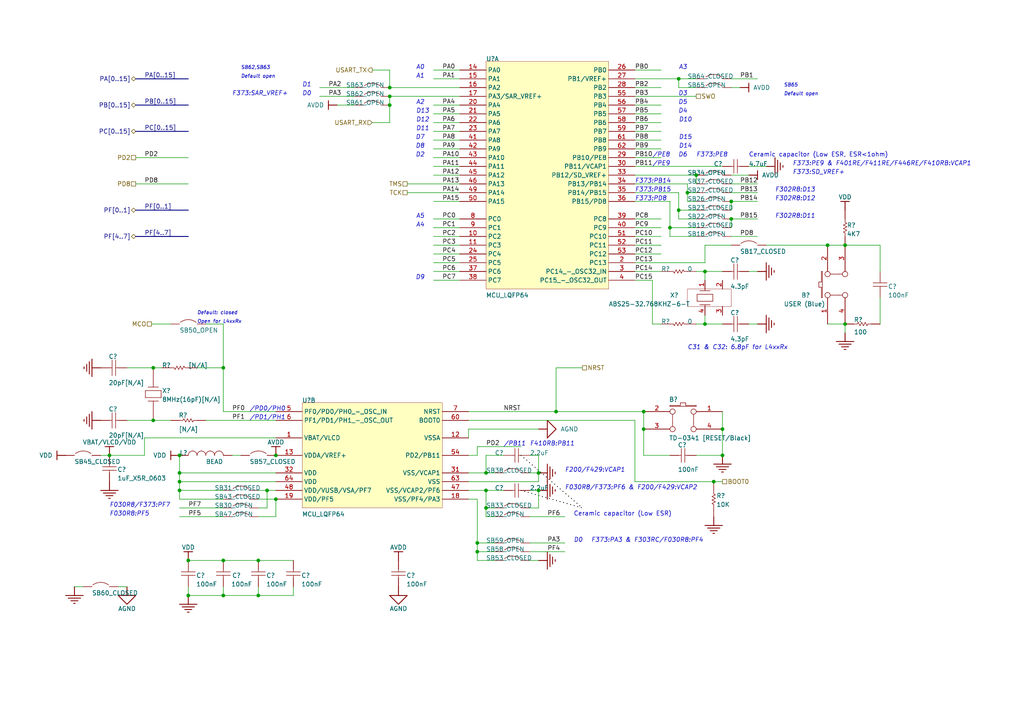
<source format=kicad_sch>
(kicad_sch (version 20250114) (generator "eeschema") (generator_version "9.0")
  (paper "A4")
  (lib_symbols
    (symbol "MCU_64-altium-import:AGND_SIGNAL_GROUND" (power)
      (property "Value" "AGND" (at 0 -6.35 0))
      (symbol "AGND_SIGNAL_GROUND_0_0"
        (pin power_in line (at 0 0 0) (length 0) (hide yes) (name "AGND") (number ""))
      )
    )
    (symbol "MCU_64-altium-import:AVDD_BAR" (power)
      (property "Value" "AVDD" (at 0 -3.81 0))
      (symbol "AVDD_BAR_0_0"
        (pin power_in line (at 0 0 0) (length 0) (hide yes) (name "AVDD") (number ""))
      )
    )
    (symbol "MCU_64-altium-import:GND_POWER_GROUND" (power)
      (property "Value" "GND" (at 0 -6.35 0))
      (symbol "GND_POWER_GROUND_0_0"
        (pin power_in line (at 0 0 0) (length 0) (hide yes) (name "GND") (number ""))
      )
    )
    (symbol "MCU_64-altium-import:VBAT/VLCD/VDD_BAR" (power)
      (property "Value" "VBAT/VLCD/VDD" (at 0 -3.81 0))
      (symbol "VBAT/VLCD/VDD_BAR_0_0"
        (pin power_in line (at 0 0 0) (length 0) (hide yes) (name "VBAT/VLCD/VDD") (number ""))
      )
    )
    (symbol "MCU_64-altium-import:VDD_BAR" (power)
      (property "Value" "VDD" (at 0 -3.81 0))
      (symbol "VDD_BAR_0_0"
        (pin power_in line (at 0 0 0) (length 0) (hide yes) (name "VDD") (number ""))
      )
    )
    (symbol "MCU_64-altium-import:root_0_Cap_2.2uF_X7R_10%_0805_MCD_TOOLS.SchLib" (pin_numbers (hide yes)) (pin_names (hide yes))
      (symbol "root_0_Cap_2.2uF_X7R_10%_0805_MCD_TOOLS.SchLib_1_0"
        (pin passive line (at -2.54 -2.54 0) (length 2.54) (name "1") (number "1"))
        (pin passive line (at 5.08 -2.54 180) (length 2.54) (name "2") (number "2"))
      )
    )
    (symbol "MCU_64-altium-import:root_0_Circuit Breaker_MCD_TOOLS.SCHLIB" (pin_numbers (hide yes)) (pin_names (hide yes))
      (symbol "root_0_Circuit Breaker_MCD_TOOLS.SCHLIB_1_0"
        (pin passive line (at -2.54 -2.54 0) (length 2.54) (name "1") (number "1"))
        (pin passive line (at 7.62 -2.54 180) (length 2.54) (name "2") (number "2"))
      )
    )
    (symbol "MCU_64-altium-import:root_0_Inductor_Miscellaneous Devices.IntLib" (pin_numbers (hide yes)) (pin_names (hide yes))
      (symbol "root_0_Inductor_Miscellaneous Devices.IntLib_1_0"
        (pin passive line (at -2.54 -2.54 0) (length 2.54) (name "1") (number "1"))
        (pin passive line (at 12.7 -2.54 180) (length 2.54) (name "2") (number "2"))
      )
    )
    (symbol "MCU_64-altium-import:root_0_MC306_*" (pin_names (hide yes))
      (symbol "root_0_MC306_*_1_0"
        (pin passive line (at -2.54 5.08 270) (length 2.54) (name "1") (number "1"))
        (pin passive line (at -2.54 -5.08 90) (length 2.54) (name "4") (number "4"))
        (pin passive line (at 2.54 5.08 270) (length 2.54) (name "2") (number "2"))
        (pin passive line (at 2.54 -5.08 90) (length 2.54) (name "3") (number "3"))
      )
    )
    (symbol "MCU_64-altium-import:root_0_MCU_LQFP64_MB1136.SCHLIB"
      (symbol "root_0_MCU_LQFP64_MB1136.SCHLIB_1_0"
        (pin passive line (at -7.62 -2.54 0) (length 7.62) (name "PA0") (number "14"))
        (pin passive line (at -7.62 -5.08 0) (length 7.62) (name "PA1") (number "15"))
        (pin passive line (at -7.62 -7.62 0) (length 7.62) (name "PA2") (number "16"))
        (pin passive line (at -7.62 -10.16 0) (length 7.62) (name "PA3/SAR_VREF+") (number "17"))
        (pin passive line (at -7.62 -12.7 0) (length 7.62) (name "PA4") (number "20"))
        (pin passive line (at -7.62 -15.24 0) (length 7.62) (name "PA5") (number "21"))
        (pin passive line (at -7.62 -17.78 0) (length 7.62) (name "PA6") (number "22"))
        (pin passive line (at -7.62 -20.32 0) (length 7.62) (name "PA7") (number "23"))
        (pin passive line (at -7.62 -22.86 0) (length 7.62) (name "PA8") (number "41"))
        (pin passive line (at -7.62 -25.4 0) (length 7.62) (name "PA9") (number "42"))
        (pin passive line (at -7.62 -27.94 0) (length 7.62) (name "PA10") (number "43"))
        (pin passive line (at -7.62 -30.48 0) (length 7.62) (name "PA11") (number "44"))
        (pin passive line (at -7.62 -33.02 0) (length 7.62) (name "PA12") (number "45"))
        (pin passive line (at -7.62 -35.56 0) (length 7.62) (name "PA13") (number "46"))
        (pin passive line (at -7.62 -38.1 0) (length 7.62) (name "PA14") (number "49"))
        (pin passive line (at -7.62 -40.64 0) (length 7.62) (name "PA15") (number "50"))
        (pin passive line (at -7.62 -45.72 0) (length 7.62) (name "PC0") (number "8"))
        (pin passive line (at -7.62 -48.26 0) (length 7.62) (name "PC1") (number "9"))
        (pin passive line (at -7.62 -50.8 0) (length 7.62) (name "PC2") (number "10"))
        (pin passive line (at -7.62 -53.34 0) (length 7.62) (name "PC3") (number "11"))
        (pin passive line (at -7.62 -55.88 0) (length 7.62) (name "PC4") (number "24"))
        (pin passive line (at -7.62 -58.42 0) (length 7.62) (name "PC5") (number "25"))
        (pin passive line (at -7.62 -60.96 0) (length 7.62) (name "PC6") (number "37"))
        (pin passive line (at -7.62 -63.5 0) (length 7.62) (name "PC7") (number "38"))
        (pin passive line (at 43.18 -2.54 180) (length 7.62) (name "PB0") (number "26"))
        (pin passive line (at 43.18 -5.08 180) (length 7.62) (name "PB1/VREF+") (number "27"))
        (pin passive line (at 43.18 -7.62 180) (length 7.62) (name "PB2") (number "28"))
        (pin passive line (at 43.18 -10.16 180) (length 7.62) (name "PB3") (number "55"))
        (pin passive line (at 43.18 -12.7 180) (length 7.62) (name "PB4") (number "56"))
        (pin passive line (at 43.18 -15.24 180) (length 7.62) (name "PB5") (number "57"))
        (pin passive line (at 43.18 -17.78 180) (length 7.62) (name "PB6") (number "58"))
        (pin passive line (at 43.18 -20.32 180) (length 7.62) (name "PB7") (number "59"))
        (pin passive line (at 43.18 -22.86 180) (length 7.62) (name "PB8") (number "61"))
        (pin passive line (at 43.18 -25.4 180) (length 7.62) (name "PB9") (number "62"))
        (pin passive line (at 43.18 -27.94 180) (length 7.62) (name "PB10/PE8") (number "29"))
        (pin passive line (at 43.18 -30.48 180) (length 7.62) (name "PB11/VCAP1") (number "30"))
        (pin passive line (at 43.18 -33.02 180) (length 7.62) (name "PB12/SD_VREF+") (number "33"))
        (pin passive line (at 43.18 -35.56 180) (length 7.62) (name "PB13/PB14") (number "34"))
        (pin passive line (at 43.18 -38.1 180) (length 7.62) (name "PB14/PB15") (number "35"))
        (pin passive line (at 43.18 -40.64 180) (length 7.62) (name "PB15/PD8") (number "36"))
        (pin passive line (at 43.18 -45.72 180) (length 7.62) (name "PC8") (number "39"))
        (pin passive line (at 43.18 -48.26 180) (length 7.62) (name "PC9") (number "40"))
        (pin passive line (at 43.18 -50.8 180) (length 7.62) (name "PC10") (number "51"))
        (pin passive line (at 43.18 -53.34 180) (length 7.62) (name "PC11") (number "52"))
        (pin passive line (at 43.18 -55.88 180) (length 7.62) (name "PC12") (number "53"))
        (pin passive line (at 43.18 -58.42 180) (length 7.62) (name "PC13") (number "2"))
        (pin passive line (at 43.18 -60.96 180) (length 7.62) (name "PC14_-_OSC32_IN") (number "3"))
        (pin passive line (at 43.18 -63.5 180) (length 7.62) (name "PC15_-_OSC32_OUT") (number "4"))
      )
      (symbol "root_0_MCU_LQFP64_MB1136.SCHLIB_2_0"
        (pin passive line (at -7.62 -2.54 0) (length 7.62) (name "PF0/PD0/PH0_-_OSC_IN") (number "5"))
        (pin passive line (at -7.62 -5.08 0) (length 7.62) (name "PF1/PD1/PH1_-_OSC_OUT") (number "6"))
        (pin passive line (at -7.62 -10.16 0) (length 7.62) (name "VBAT/VLCD") (number "1"))
        (pin passive line (at -7.62 -15.24 0) (length 7.62) (name "VDDA/VREF+") (number "13"))
        (pin passive line (at -7.62 -20.32 0) (length 7.62) (name "VDD") (number "32"))
        (pin passive line (at -7.62 -22.86 0) (length 7.62) (name "VDD") (number "64"))
        (pin passive line (at -7.62 -25.4 0) (length 7.62) (name "VDD/VUSB/VSA/PF7") (number "48"))
        (pin passive line (at -7.62 -27.94 0) (length 7.62) (name "VDD/PF5") (number "19"))
        (pin passive line (at 48.26 -2.54 180) (length 7.62) (name "NRST") (number "7"))
        (pin passive line (at 48.26 -5.08 180) (length 7.62) (name "BOOT0") (number "60"))
        (pin passive line (at 48.26 -10.16 180) (length 7.62) (name "VSSA") (number "12"))
        (pin passive line (at 48.26 -15.24 180) (length 7.62) (name "PD2/PB11") (number "54"))
        (pin passive line (at 48.26 -20.32 180) (length 7.62) (name "VSS/VCAP1") (number "31"))
        (pin passive line (at 48.26 -22.86 180) (length 7.62) (name "VSS") (number "63"))
        (pin passive line (at 48.26 -25.4 180) (length 7.62) (name "VSS/VCAP2/PF6") (number "47"))
        (pin passive line (at 48.26 -27.94 180) (length 7.62) (name "VSS/PF4/PA3") (number "18"))
      )
    )
    (symbol "MCU_64-altium-import:root_0_Res1_Miscellaneous Devices.IntLib_0" (pin_numbers (hide yes)) (pin_names (hide yes))
      (symbol "root_0_Res1_Miscellaneous Devices.IntLib_0_1_0"
        (pin passive line (at -2.54 -2.54 0) (length 2.54) (name "1") (number "1"))
        (pin passive line (at 7.62 -2.54 180) (length 2.54) (name "2") (number "2"))
      )
    )
    (symbol "MCU_64-altium-import:root_0_mirrored_CAP_Miscellaneous Devices.IntLib" (pin_numbers (hide yes)) (pin_names (hide yes))
      (symbol "root_0_mirrored_CAP_Miscellaneous Devices.IntLib_1_0"
        (pin passive line (at -5.08 -2.54 0) (length 2.54) (name "2") (number "2"))
        (pin passive line (at 2.54 -2.54 180) (length 2.54) (name "1") (number "1"))
      )
    )
    (symbol "MCU_64-altium-import:root_0_mirrored_SW PUSHBUTTON_Documents.SCHLIB" (pin_names (hide yes))
      (symbol "root_0_mirrored_SW PUSHBUTTON_Documents.SCHLIB_1_0"
        (pin passive line (at -15.24 -2.54 0) (length 7.62) (name "B0") (number "2"))
        (pin passive line (at -15.24 -7.62 0) (length 7.62) (name "B1") (number "3"))
        (pin passive line (at 7.62 -2.54 180) (length 7.62) (name "A0") (number "1"))
        (pin passive line (at 7.62 -7.62 180) (length 7.62) (name "A1") (number "4"))
      )
    )
    (symbol "MCU_64-altium-import:root_1_CAP_Miscellaneous Devices.IntLib" (pin_numbers (hide yes)) (pin_names (hide yes))
      (symbol "root_1_CAP_Miscellaneous Devices.IntLib_1_0"
        (pin passive line (at 2.54 5.08 270) (length 2.54) (name "2") (number "2"))
        (pin passive line (at 2.54 -2.54 90) (length 2.54) (name "1") (number "1"))
      )
    )
    (symbol "MCU_64-altium-import:root_1_SW PUSHBUTTON_Documents.SCHLIB" (pin_names (hide yes))
      (symbol "root_1_SW PUSHBUTTON_Documents.SCHLIB_1_0"
        (pin passive line (at 2.54 15.24 270) (length 7.62) (name "B0") (number "2"))
        (pin passive line (at 2.54 -7.62 90) (length 7.62) (name "A0") (number "1"))
        (pin passive line (at 7.62 15.24 270) (length 7.62) (name "B1") (number "3"))
        (pin passive line (at 7.62 -7.62 90) (length 7.62) (name "A1") (number "4"))
      )
    )
    (symbol "MCU_64-altium-import:root_1_mirrored_CAP_*" (pin_numbers (hide yes)) (pin_names (hide yes))
      (symbol "root_1_mirrored_CAP_*_1_0"
        (pin passive line (at -2.54 -2.54 0) (length 2.54) (name "1") (number "1"))
        (pin passive line (at 5.08 -2.54 180) (length 2.54) (name "2") (number "2"))
      )
    )
    (symbol "MCU_64-altium-import:root_1_mirrored_CRYSTAL_*_0" (pin_numbers (hide yes)) (pin_names (hide yes))
      (symbol "root_1_mirrored_CRYSTAL_*_0_1_0"
        (pin passive line (at -2.54 10.16 270) (length 5.08) (name "2") (number "2"))
        (pin passive line (at -2.54 -5.08 90) (length 5.08) (name "1") (number "1"))
      )
    )
    (symbol "MCU_64-altium-import:root_1_res1_Miscellaneous Devices.IntLib_0" (pin_numbers (hide yes)) (pin_names (hide yes))
      (symbol "root_1_res1_Miscellaneous Devices.IntLib_0_1_0"
        (pin passive line (at 2.54 7.62 270) (length 2.54) (name "2") (number "2"))
        (pin passive line (at 2.54 -2.54 90) (length 2.54) (name "1") (number "1"))
      )
    )
    (symbol "MCU_64-altium-import:root_2_Res1_Miscellaneous Devices.IntLib_0" (pin_numbers (hide yes)) (pin_names (hide yes))
      (symbol "root_2_Res1_Miscellaneous Devices.IntLib_0_1_0"
        (pin passive line (at -7.62 2.54 0) (length 2.54) (name "2") (number "2"))
        (pin passive line (at 2.54 2.54 180) (length 2.54) (name "1") (number "1"))
      )
    )
    (symbol "MCU_64-altium-import:root_2_mirrored_Res1_Miscellaneous Devices.IntLib_0" (pin_numbers (hide yes)) (pin_names (hide yes))
      (symbol "root_2_mirrored_Res1_Miscellaneous Devices.IntLib_0_1_0"
        (pin passive line (at -7.62 -2.54 0) (length 2.54) (name "2") (number "2"))
        (pin passive line (at 2.54 -2.54 180) (length 2.54) (name "1") (number "1"))
      )
    )
    (symbol "MCU_64-altium-import:root_3_CAP SMD 0603  X5R 1µF 25V 10%_MB963_1.SCHLIB" (pin_numbers (hide yes)) (pin_names (hide yes))
      (symbol "root_3_CAP SMD 0603  X5R 1µF 25V 10%_MB963_1.SCHLIB_1_0"
        (pin passive line (at 0 0 270) (length 2.54) (name "1") (number "1"))
        (pin passive line (at 0 -7.62 90) (length 2.54) (name "2") (number "2"))
      )
    )
    (symbol "MCU_64-altium-import:root_3_CAP_*_0" (pin_numbers (hide yes)) (pin_names (hide yes))
      (symbol "root_3_CAP_*_0_1_0"
        (pin passive line (at -5.08 -2.54 0) (length 2.54) (name "2") (number "2"))
        (pin passive line (at 2.54 -2.54 180) (length 2.54) (name "1") (number "1"))
      )
    )
    (symbol "MCU_64-altium-import:root_3_Cap_Miscellaneous Devices.IntLib" (pin_numbers (hide yes)) (pin_names (hide yes))
      (symbol "root_3_Cap_Miscellaneous Devices.IntLib_1_0"
        (pin passive line (at -2.54 2.54 270) (length 2.54) (name "1") (number "1"))
        (pin passive line (at -2.54 -5.08 90) (length 2.54) (name "2") (number "2"))
      )
    )
    (symbol "MCU_64-altium-import:root_3_res1_Miscellaneous Devices.IntLib_0" (pin_numbers (hide yes)) (pin_names (hide yes))
      (symbol "root_3_res1_Miscellaneous Devices.IntLib_0_1_0"
        (pin passive line (at -2.54 2.54 270) (length 2.54) (name "1") (number "1"))
        (pin passive line (at -2.54 -7.62 90) (length 2.54) (name "2") (number "2"))
      )
    )
  )
  (text "A2" (at 120.65 30.48 0) (effects (font (size 1.27 1.27) (italic yes)) (justify left bottom)))
  (text "D0" (at 87.63 27.94 0) (effects (font (size 1.27 1.27) (italic yes)) (justify left bottom)))
  (text "F373:SD_VREF+" (at 229.87 50.8 0) (effects (font (size 1.27 1.27) (italic yes)) (justify left bottom)))
  (text "F302R8:D12" (at 224.79 58.42 0) (effects (font (size 1.27 1.27) (italic yes)) (justify left bottom)))
  (text "F373:PB15" (at 184.15 55.88 0) (effects (font (size 1.27 1.27) (italic yes)) (justify left bottom)))
  (text "D10" (at 196.85 35.56 0) (effects (font (size 1.27 1.27) (italic yes)) (justify left bottom)))
  (text "Default: closed" (at 57.15 91.44 0) (effects (font (size 1.016 1.016) (italic yes)) (justify left bottom)))
  (text "A5" (at 120.65 63.5 0) (effects (font (size 1.27 1.27) (italic yes)) (justify left bottom)))
  (text "D11" (at 120.65 38.1 0) (effects (font (size 1.27 1.27) (italic yes)) (justify left bottom)))
  (text "D5" (at 199.39 30.48 0) (effects (font (size 1.27 1.27) (italic yes)) (justify right bottom)))
  (text "D7" (at 123.19 40.64 0) (effects (font (size 1.27 1.27) (italic yes)) (justify right bottom)))
  (text "D4" (at 199.39 33.02 0) (effects (font (size 1.27 1.27) (italic yes)) (justify right bottom)))
  (text "/PE8" (at 189.23 45.72 0) (effects (font (size 1.27 1.27) (italic yes)) (justify left bottom)))
  (text "SB65" (at 227.33 25.4 0) (effects (font (size 1.016 1.016) (italic yes)) (justify left bottom)))
  (text "F030R8:PF5" (at 31.75 149.86 0) (effects (font (size 1.27 1.27) (italic yes)) (justify left bottom)))
  (text "F410RB:PB11" (at 153.67 129.54 0) (effects (font (size 1.27 1.27) (italic yes)) (justify left bottom)))
  (text "/PD1/PH1" (at 72.39 121.92 0) (effects (font (size 1.27 1.27) (italic yes)) (justify left bottom)))
  (text "Default open" (at 69.85 22.86 0) (effects (font (size 1.016 1.016) (italic yes)) (justify left bottom)))
  (text "F200/F429:VCAP1" (at 163.83 137.16 0) (effects (font (size 1.27 1.27) (italic yes)) (justify left bottom)))
  (text "Ceramic capacitor (Low ESR, ESR<1ohm)" (at 217.17 45.72 0) (effects (font (size 1.27 1.27)) (justify left bottom)))
  (text "Ceramic capacitor (Low ESR)" (at 166.37 149.86 0) (effects (font (size 1.27 1.27)) (justify left bottom)))
  (text "D13" (at 120.65 33.02 0) (effects (font (size 1.27 1.27) (italic yes)) (justify left bottom)))
  (text "A4" (at 120.65 66.04 0) (effects (font (size 1.27 1.27) (italic yes)) (justify left bottom)))
  (text "SB62,SB63" (at 69.85 20.32 0) (effects (font (size 1.016 1.016) (italic yes)) (justify left bottom)))
  (text "F373:PD8" (at 184.15 58.42 0) (effects (font (size 1.27 1.27) (italic yes)) (justify left bottom)))
  (text "/PE9" (at 189.23 48.26 0) (effects (font (size 1.27 1.27) (italic yes)) (justify left bottom)))
  (text "D3" (at 199.39 27.94 0) (effects (font (size 1.27 1.27) (italic yes)) (justify right bottom)))
  (text "F373:PE9 & F401RE/F411RE/F446RE/F410RB:VCAP1" (at 229.87 48.26 0) (effects (font (size 1.27 1.27) (italic yes)) (justify left bottom)))
  (text "C31 & C32: 6.8pF for L4xxRx" (at 199.39 101.6 0) (effects (font (size 1.27 1.27) (italic yes)) (justify left bottom)))
  (text "A0" (at 120.65 20.32 0) (effects (font (size 1.27 1.27) (italic yes)) (justify left bottom)))
  (text "A3" (at 196.85 20.32 0) (effects (font (size 1.27 1.27) (italic yes)) (justify left bottom)))
  (text "D6" (at 199.39 45.72 0) (effects (font (size 1.27 1.27) (italic yes)) (justify right bottom)))
  (text "F030R8/F373:PF6 & F200/F429:VCAP2" (at 163.83 142.24 0) (effects (font (size 1.27 1.27) (italic yes)) (justify left bottom)))
  (text "D14" (at 196.85 43.18 0) (effects (font (size 1.27 1.27) (italic yes)) (justify left bottom)))
  (text "F373:PB14" (at 184.15 53.34 0) (effects (font (size 1.27 1.27) (italic yes)) (justify left bottom)))
  (text "/PB11" (at 146.05 129.54 0) (effects (font (size 1.27 1.27) (italic yes)) (justify left bottom)))
  (text "Open for L4xxRx" (at 57.15 93.98 0) (effects (font (size 1.016 1.016) (italic yes)) (justify left bottom)))
  (text "D0" (at 166.37 157.48 0) (effects (font (size 1.27 1.27) (italic yes)) (justify left bottom)))
  (text "F302R8:D13" (at 224.79 55.88 0) (effects (font (size 1.27 1.27) (italic yes)) (justify left bottom)))
  (text "A1" (at 120.65 22.86 0) (effects (font (size 1.27 1.27) (italic yes)) (justify left bottom)))
  (text "D12" (at 120.65 35.56 0) (effects (font (size 1.27 1.27) (italic yes)) (justify left bottom)))
  (text "D15" (at 196.85 40.64 0) (effects (font (size 1.27 1.27) (italic yes)) (justify left bottom)))
  (text "F030R8/F373:PF7" (at 31.75 147.32 0) (effects (font (size 1.27 1.27) (italic yes)) (justify left bottom)))
  (text "D9" (at 123.19 81.28 0) (effects (font (size 1.27 1.27) (italic yes)) (justify right bottom)))
  (text "/PD0/PH0" (at 72.39 119.38 0) (effects (font (size 1.27 1.27) (italic yes)) (justify left bottom)))
  (text "F302R8:D11" (at 224.79 63.5 0) (effects (font (size 1.27 1.27) (italic yes)) (justify left bottom)))
  (text "F373:SAR_VREF+" (at 67.31 27.94 0) (effects (font (size 1.27 1.27) (italic yes)) (justify left bottom)))
  (text "F373:PA3 & F303RC/F030R8:PF4" (at 171.45 157.48 0) (effects (font (size 1.27 1.27) (italic yes)) (justify left bottom)))
  (text "D2" (at 123.19 45.72 0) (effects (font (size 1.27 1.27) (italic yes)) (justify right bottom)))
  (text "D1" (at 87.63 25.4 0) (effects (font (size 1.27 1.27) (italic yes)) (justify left bottom)))
  (text "Default open" (at 227.33 27.94 0) (effects (font (size 1.016 1.016) (italic yes)) (justify left bottom)))
  (text "D8" (at 123.19 43.18 0) (effects (font (size 1.27 1.27) (italic yes)) (justify right bottom)))
  (text "F373:PE8" (at 201.93 45.72 0) (effects (font (size 1.27 1.27) (italic yes)) (justify left bottom)))
  (junction (at 212.09 63.5))
  (junction (at 245.11 71.12))
  (junction (at 161.29 119.38))
  (junction (at 186.69 119.38))
  (junction (at 209.55 132.08))
  (junction (at 207.01 139.7))
  (junction (at 204.47 93.98))
  (junction (at 54.61 162.56))
  (junction (at 64.77 162.56))
  (junction (at 140.97 142.24))
  (junction (at 52.07 132.08))
  (junction (at 80.01 132.08))
  (junction (at 52.07 137.16))
  (junction (at 80.01 144.78))
  (junction (at 74.93 172.72))
  (junction (at 140.97 137.16))
  (junction (at 240.03 71.12))
  (junction (at 77.47 142.24))
  (junction (at 31.75 132.08))
  (junction (at 209.55 124.46))
  (junction (at 52.07 142.24))
  (junction (at 44.45 106.68))
  (junction (at 54.61 172.72))
  (junction (at 196.85 22.86))
  (junction (at 44.45 121.92))
  (junction (at 113.03 30.48))
  (junction (at 194.31 66.04))
  (junction (at 156.21 137.16))
  (junction (at 140.97 147.32))
  (junction (at 186.69 124.46))
  (junction (at 138.43 157.48))
  (junction (at 52.07 139.7))
  (junction (at 113.03 25.4))
  (junction (at 113.03 27.94))
  (junction (at 138.43 160.02))
  (junction (at 156.21 142.24))
  (junction (at 74.93 162.56))
  (junction (at 199.39 55.88))
  (junction (at 204.47 78.74))
  (junction (at 212.09 58.42))
  (junction (at 64.77 172.72))
  (junction (at 201.93 50.8))
  (junction (at 64.77 106.68))
  (junction (at 245.11 93.98))
  (junction (at 196.85 60.96))
  (wire (pts (xy 113.03 30.48) (xy 113.03 35.56)))
  (wire (pts (xy 49.53 121.92) (xy 44.45 121.92)))
  (wire (pts (xy 133.35 55.88) (xy 118.11 55.88)))
  (wire (pts (xy 184.15 48.26) (xy 209.55 48.26)))
  (wire (pts (xy 217.17 78.74) (xy 219.71 78.74)))
  (wire (pts (xy 201.93 60.96) (xy 196.85 60.96)))
  (wire (pts (xy 212.09 66.04) (xy 212.09 63.5)))
  (wire (pts (xy 31.75 132.08) (xy 41.91 132.08)))
  (wire (pts (xy 97.79 30.48) (xy 102.87 30.48)))
  (wire (pts (xy 196.85 22.86) (xy 196.85 25.4)))
  (wire (pts (xy 133.35 58.42) (xy 125.73 58.42)))
  (wire (pts (xy 156.21 132.08) (xy 153.67 132.08)))
  (wire (pts (xy 219.71 58.42) (xy 212.09 58.42)))
  (wire (pts (xy 191.77 93.98) (xy 189.23 93.98)))
  (wire (pts (xy 194.31 68.58) (xy 201.93 68.58)))
  (wire (pts (xy 133.35 40.64) (xy 125.73 40.64)))
  (wire (pts (xy 201.93 27.94) (xy 184.15 27.94)))
  (wire (pts (xy 77.47 147.32) (xy 74.93 147.32)))
  (wire (pts (xy 140.97 137.16) (xy 143.51 137.16)))
  (wire (pts (xy 85.09 170.18) (xy 85.09 172.72)))
  (wire (pts (xy 153.67 147.32) (xy 156.21 147.32)))
  (wire (pts (xy 54.61 45.72) (xy 39.37 45.72)))
  (wire (pts (xy 24.13 170.18) (xy 21.59 170.18)))
  (wire (pts (xy 219.71 53.34) (xy 212.09 53.34)))
  (wire (pts (xy 140.97 149.86) (xy 143.51 149.86)))
  (wire (pts (xy 212.09 58.42) (xy 212.09 60.96)))
  (wire (pts (xy 191.77 63.5) (xy 184.15 63.5)))
  (wire (pts (xy 133.35 50.8) (xy 125.73 50.8)))
  (wire (pts (xy 135.89 137.16) (xy 140.97 137.16)))
  (wire (pts (xy 135.89 124.46) (xy 156.21 124.46)))
  (wire (pts (xy 204.47 93.98) (xy 204.47 91.44)))
  (wire (pts (xy 204.47 76.2) (xy 184.15 76.2)))
  (wire (pts (xy 135.89 127) (xy 135.89 124.46)))
  (wire (pts (xy 64.77 93.98) (xy 59.69 93.98)))
  (wire (pts (xy 217.17 93.98) (xy 219.71 93.98)))
  (wire (pts (xy 102.87 25.4) (xy 92.71 25.4)))
  (wire (pts (xy 184.15 139.7) (xy 207.01 139.7)))
  (bus (pts (xy 39.37 60.96) (xy 54.61 60.96)) (stroke (width 0.254)))
  (wire (pts (xy 133.35 68.58) (xy 125.73 68.58)))
  (wire (pts (xy 196.85 60.96) (xy 196.85 63.5)))
  (wire (pts (xy 186.69 119.38) (xy 186.69 124.46)))
  (wire (pts (xy 74.93 144.78) (xy 80.01 144.78)))
  (wire (pts (xy 135.89 121.92) (xy 184.15 121.92)))
  (wire (pts (xy 140.97 132.08) (xy 140.97 137.16)))
  (wire (pts (xy 204.47 71.12) (xy 204.47 76.2)))
  (wire (pts (xy 113.03 20.32) (xy 107.95 20.32)))
  (wire (pts (xy 80.01 144.78) (xy 80.01 149.86)))
  (wire (pts (xy 135.89 139.7) (xy 156.21 139.7)))
  (wire (pts (xy 74.93 162.56) (xy 64.77 162.56)))
  (wire (pts (xy 191.77 78.74) (xy 184.15 78.74)))
  (wire (pts (xy 133.35 20.32) (xy 125.73 20.32)))
  (wire (pts (xy 153.67 157.48) (xy 163.83 157.48)))
  (wire (pts (xy 153.67 160.02) (xy 163.83 160.02)))
  (wire (pts (xy 74.93 172.72) (xy 74.93 170.18)))
  (wire (pts (xy 64.77 149.86) (xy 52.07 149.86)))
  (wire (pts (xy 138.43 144.78) (xy 138.43 157.48)))
  (wire (pts (xy 85.09 172.72) (xy 74.93 172.72)))
  (wire (pts (xy 64.77 172.72) (xy 54.61 172.72)))
  (wire (pts (xy 135.89 132.08) (xy 138.43 132.08)))
  (wire (pts (xy 54.61 172.72) (xy 54.61 170.18)))
  (wire (pts (xy 245.11 71.12) (xy 240.03 71.12)))
  (wire (pts (xy 186.69 132.08) (xy 194.31 132.08)))
  (wire (pts (xy 191.77 35.56) (xy 184.15 35.56)))
  (wire (pts (xy 191.77 33.02) (xy 184.15 33.02)))
  (wire (pts (xy 189.23 81.28) (xy 184.15 81.28)))
  (polyline (pts (xy 151.13 132.08) (xy 168.91 147.32)) (stroke (width 0.254) (type dot) (color 0 0 0 1)))
  (wire (pts (xy 135.89 144.78) (xy 138.43 144.78)))
  (wire (pts (xy 133.35 48.26) (xy 125.73 48.26)))
  (wire (pts (xy 54.61 53.34) (xy 39.37 53.34)))
  (wire (pts (xy 52.07 137.16) (xy 52.07 132.08)))
  (wire (pts (xy 209.55 132.08) (xy 201.93 132.08)))
  (wire (pts (xy 222.25 48.26) (xy 217.17 48.26)))
  (wire (pts (xy 64.77 147.32) (xy 52.07 147.32)))
  (wire (pts (xy 209.55 124.46) (xy 209.55 132.08)))
  (wire (pts (xy 191.77 20.32) (xy 184.15 20.32)))
  (wire (pts (xy 199.39 55.88) (xy 199.39 58.42)))
  (wire (pts (xy 57.15 106.68) (xy 64.77 106.68)))
  (wire (pts (xy 52.07 139.7) (xy 52.07 137.16)))
  (wire (pts (xy 214.63 25.4) (xy 212.09 25.4)))
  (wire (pts (xy 52.07 137.16) (xy 80.01 137.16)))
  (wire (pts (xy 153.67 149.86) (xy 163.83 149.86)))
  (wire (pts (xy 133.35 43.18) (xy 125.73 43.18)))
  (wire (pts (xy 204.47 78.74) (xy 204.47 81.28)))
  (wire (pts (xy 184.15 121.92) (xy 184.15 139.7)))
  (wire (pts (xy 191.77 45.72) (xy 184.15 45.72)))
  (wire (pts (xy 146.05 132.08) (xy 140.97 132.08)))
  (wire (pts (xy 156.21 137.16) (xy 153.67 137.16)))
  (wire (pts (xy 133.35 66.04) (xy 125.73 66.04)))
  (wire (pts (xy 194.31 66.04) (xy 194.31 68.58)))
  (wire (pts (xy 77.47 142.24) (xy 80.01 142.24)))
  (wire (pts (xy 196.85 22.86) (xy 184.15 22.86)))
  (wire (pts (xy 212.09 63.5) (xy 219.71 63.5)))
  (wire (pts (xy 29.21 132.08) (xy 31.75 132.08)))
  (wire (pts (xy 255.27 86.36) (xy 255.27 93.98)))
  (wire (pts (xy 41.91 127) (xy 80.01 127)))
  (wire (pts (xy 64.77 142.24) (xy 52.07 142.24)))
  (wire (pts (xy 194.31 66.04) (xy 201.93 66.04)))
  (wire (pts (xy 77.47 142.24) (xy 77.47 147.32)))
  (wire (pts (xy 69.85 132.08) (xy 67.31 132.08)))
  (wire (pts (xy 255.27 78.74) (xy 255.27 71.12)))
  (wire (pts (xy 184.15 58.42) (xy 194.31 58.42)))
  (wire (pts (xy 194.31 58.42) (xy 194.31 66.04)))
  (wire (pts (xy 64.77 170.18) (xy 64.77 172.72)))
  (wire (pts (xy 212.09 68.58) (xy 219.71 68.58)))
  (wire (pts (xy 204.47 78.74) (xy 209.55 78.74)))
  (wire (pts (xy 138.43 129.54) (xy 151.13 129.54)))
  (wire (pts (xy 133.35 63.5) (xy 125.73 63.5)))
  (wire (pts (xy 113.03 25.4) (xy 113.03 20.32)))
  (wire (pts (xy 156.21 147.32) (xy 156.21 142.24)))
  (wire (pts (xy 140.97 142.24) (xy 146.05 142.24)))
  (wire (pts (xy 212.09 71.12) (xy 204.47 71.12)))
  (wire (pts (xy 201.93 78.74) (xy 204.47 78.74)))
  (wire (pts (xy 156.21 162.56) (xy 153.67 162.56)))
  (wire (pts (xy 143.51 157.48) (xy 138.43 157.48)))
  (wire (pts (xy 212.09 55.88) (xy 219.71 55.88)))
  (wire (pts (xy 184.15 50.8) (xy 201.93 50.8)))
  (wire (pts (xy 52.07 139.7) (xy 80.01 139.7)))
  (wire (pts (xy 133.35 71.12) (xy 125.73 71.12)))
  (bus (pts (xy 39.37 30.48) (xy 54.61 30.48)) (stroke (width 0.254)))
  (bus (pts (xy 39.37 22.86) (xy 54.61 22.86)) (stroke (width 0.254)))
  (wire (pts (xy 44.45 106.68) (xy 46.99 106.68)))
  (wire (pts (xy 189.23 93.98) (xy 189.23 81.28)))
  (wire (pts (xy 245.11 93.98) (xy 240.03 93.98)))
  (wire (pts (xy 240.03 71.12) (xy 222.25 71.12)))
  (wire (pts (xy 255.27 71.12) (xy 245.11 71.12)))
  (wire (pts (xy 133.35 81.28) (xy 125.73 81.28)))
  (wire (pts (xy 34.29 170.18) (xy 36.83 170.18)))
  (wire (pts (xy 138.43 132.08) (xy 138.43 129.54)))
  (bus (pts (xy 39.37 38.1) (xy 54.61 38.1)) (stroke (width 0.254)))
  (wire (pts (xy 113.03 27.94) (xy 113.03 30.48)))
  (wire (pts (xy 209.55 119.38) (xy 209.55 124.46)))
  (wire (pts (xy 201.93 93.98) (xy 204.47 93.98)))
  (wire (pts (xy 133.35 30.48) (xy 125.73 30.48)))
  (wire (pts (xy 49.53 93.98) (xy 43.942 93.98)))
  (wire (pts (xy 161.29 119.38) (xy 186.69 119.38)))
  (wire (pts (xy 191.77 43.18) (xy 184.15 43.18)))
  (wire (pts (xy 199.39 58.42) (xy 201.93 58.42)))
  (wire (pts (xy 52.07 142.24) (xy 52.07 139.7)))
  (wire (pts (xy 102.87 27.94) (xy 92.71 27.94)))
  (wire (pts (xy 161.29 106.68) (xy 168.91 106.68)))
  (wire (pts (xy 44.45 121.92) (xy 36.83 121.92)))
  (wire (pts (xy 204.47 93.98) (xy 209.55 93.98)))
  (wire (pts (xy 143.51 160.02) (xy 138.43 160.02)))
  (wire (pts (xy 156.21 137.16) (xy 156.21 132.08)))
  (bus (pts (xy 39.37 68.58) (xy 54.61 68.58)) (stroke (width 0.254)))
  (wire (pts (xy 212.09 22.86) (xy 219.71 22.86)))
  (wire (pts (xy 191.77 73.66) (xy 184.15 73.66)))
  (wire (pts (xy 135.89 142.24) (xy 140.97 142.24)))
  (wire (pts (xy 191.77 66.04) (xy 184.15 66.04)))
  (wire (pts (xy 64.77 162.56) (xy 54.61 162.56)))
  (wire (pts (xy 135.89 119.38) (xy 161.29 119.38)))
  (wire (pts (xy 74.93 142.24) (xy 77.47 142.24)))
  (wire (pts (xy 138.43 160.02) (xy 138.43 162.56)))
  (wire (pts (xy 184.15 55.88) (xy 196.85 55.88)))
  (wire (pts (xy 41.91 132.08) (xy 41.91 127)))
  (wire (pts (xy 138.43 162.56) (xy 143.51 162.56)))
  (wire (pts (xy 196.85 25.4) (xy 201.93 25.4)))
  (wire (pts (xy 64.77 144.78) (xy 52.07 144.78)))
  (wire (pts (xy 133.35 73.66) (xy 125.73 73.66)))
  (wire (pts (xy 191.77 30.48) (xy 184.15 30.48)))
  (wire (pts (xy 133.35 45.72) (xy 125.73 45.72)))
  (wire (pts (xy 196.85 63.5) (xy 201.93 63.5)))
  (wire (pts (xy 191.77 40.64) (xy 184.15 40.64)))
  (wire (pts (xy 196.85 55.88) (xy 196.85 60.96)))
  (wire (pts (xy 156.21 139.7) (xy 156.21 137.16)))
  (wire (pts (xy 207.01 139.7) (xy 209.55 139.7)))
  (wire (pts (xy 133.35 38.1) (xy 125.73 38.1)))
  (wire (pts (xy 133.35 25.4) (xy 113.03 25.4)))
  (wire (pts (xy 143.51 147.32) (xy 140.97 147.32)))
  (wire (pts (xy 133.35 76.2) (xy 125.73 76.2)))
  (wire (pts (xy 133.35 27.94) (xy 113.03 27.94)))
  (wire (pts (xy 138.43 157.48) (xy 138.43 160.02)))
  (wire (pts (xy 74.93 172.72) (xy 64.77 172.72)))
  (wire (pts (xy 113.03 35.56) (xy 107.95 35.56)))
  (wire (pts (xy 199.39 53.34) (xy 199.39 55.88)))
  (wire (pts (xy 133.35 35.56) (xy 125.73 35.56)))
  (wire (pts (xy 133.35 78.74) (xy 125.73 78.74)))
  (wire (pts (xy 161.29 119.38) (xy 161.29 106.68)))
  (wire (pts (xy 140.97 142.24) (xy 140.97 147.32)))
  (wire (pts (xy 36.83 106.68) (xy 44.45 106.68)))
  (wire (pts (xy 133.35 33.02) (xy 125.73 33.02)))
  (wire (pts (xy 186.69 124.46) (xy 186.69 132.08)))
  (wire (pts (xy 201.93 22.86) (xy 196.85 22.86)))
  (wire (pts (xy 184.15 53.34) (xy 199.39 53.34)))
  (wire (pts (xy 59.69 121.92) (xy 80.01 121.92)))
  (wire (pts (xy 191.77 25.4) (xy 184.15 25.4)))
  (polyline (pts (xy 151.13 142.24) (xy 168.91 147.32)) (stroke (width 0.254) (type dot) (color 0 0 0 1)))
  (wire (pts (xy 64.77 106.68) (xy 64.77 93.98)))
  (wire (pts (xy 156.21 142.24) (xy 153.67 142.24)))
  (wire (pts (xy 212.09 50.8) (xy 217.17 50.8)))
  (wire (pts (xy 80.01 149.86) (xy 74.93 149.86)))
  (wire (pts (xy 201.93 50.8) (xy 201.93 53.34)))
  (wire (pts (xy 64.77 106.68) (xy 64.77 119.38)))
  (wire (pts (xy 191.77 38.1) (xy 184.15 38.1)))
  (wire (pts (xy 140.97 147.32) (xy 140.97 149.86)))
  (wire (pts (xy 133.35 22.86) (xy 125.73 22.86)))
  (wire (pts (xy 245.11 96.52) (xy 245.11 93.98)))
  (wire (pts (xy 191.77 71.12) (xy 184.15 71.12)))
  (wire (pts (xy 64.77 119.38) (xy 80.01 119.38)))
  (wire (pts (xy 52.07 144.78) (xy 52.07 142.24)))
  (wire (pts (xy 201.93 55.88) (xy 199.39 55.88)))
  (wire (pts (xy 85.09 162.56) (xy 74.93 162.56)))
  (wire (pts (xy 133.35 53.34) (xy 118.11 53.34)))
  (wire (pts (xy 191.77 68.58) (xy 184.15 68.58)))
  (label "PA[0..15]" (at 41.91 22.86 0))
  (label "PF[0..1]" (at 41.91 60.96 0))
  (label "PC13" (at 184.15 76.2 0))
  (label "PF7" (at 54.61 147.32 0))
  (label "PC3" (at 128.27 71.12 0))
  (label "PC11" (at 184.15 71.12 0))
  (label "PC1" (at 128.27 66.04 0))
  (label "PA1" (at 128.27 22.86 0))
  (label "PD8" (at 41.91 53.34 0))
  (label "PD8" (at 214.63 68.58 0))
  (label "PA2" (at 95.25 25.4 0))
  (label "PA15" (at 128.27 58.42 0))
  (label "PF4" (at 158.75 160.02 0))
  (label "PC9" (at 184.15 66.04 0))
  (label "PB11" (at 184.15 48.26 0))
  (label "PA13" (at 128.27 53.34 0))
  (label "PB0" (at 184.15 20.32 0))
  (label "PB2" (at 184.15 25.4 0))
  (label "PB14" (at 214.63 58.42 0))
  (label "PD2" (at 41.91 45.72 0))
  (label "PC6" (at 128.27 78.74 0))
  (label "PC5" (at 128.27 76.2 0))
  (label "PB7" (at 184.15 38.1 0))
  (label "PB8" (at 184.15 40.64 0))
  (label "PB13" (at 214.63 55.88 0))
  (label "PA7" (at 128.27 38.1 0))
  (label "PB[0..15]" (at 41.91 30.48 0))
  (label "PF1" (at 67.31 121.92 0))
  (label "PF6" (at 158.75 149.86 0))
  (label "PB10" (at 184.15 45.72 0))
  (label "PC15" (at 184.15 81.28 0))
  (label "PF0" (at 67.31 119.38 0))
  (label "PA3" (at 95.25 27.94 0))
  (label "PB5" (at 184.15 33.02 0))
  (label "PC0" (at 128.27 63.5 0))
  (label "PC10" (at 184.15 68.58 0))
  (label "PC4" (at 128.27 73.66 0))
  (label "PA14" (at 128.27 55.88 0))
  (label "PA3" (at 158.75 157.48 0))
  (label "PA4" (at 128.27 30.48 0))
  (label "PA12" (at 128.27 50.8 0))
  (label "PB4" (at 184.15 30.48 0))
  (label "PB3" (at 184.15 27.94 0))
  (label "PD2" (at 140.97 129.54 0))
  (label "PC12" (at 184.15 73.66 0))
  (label "PC8" (at 184.15 63.5 0))
  (label "PA11" (at 128.27 48.26 0))
  (label "PB12" (at 214.63 53.34 0))
  (label "PA6" (at 128.27 35.56 0))
  (label "PC[0..15]" (at 41.91 38.1 0))
  (label "PB9" (at 184.15 43.18 0))
  (label "PB15" (at 214.63 63.5 0))
  (label "PA8" (at 128.27 40.64 0))
  (label "PA9" (at 128.27 43.18 0))
  (label "PB6" (at 184.15 35.56 0))
  (label "PA0" (at 128.27 20.32 0))
  (label "PC14" (at 184.15 78.74 0))
  (label "PC2" (at 128.27 68.58 0))
  (label "PA10" (at 128.27 45.72 0))
  (label "NRST" (at 146.05 119.38 0))
  (label "PA5" (at 128.27 33.02 0))
  (label "PB1" (at 214.63 22.86 0))
  (label "PF5" (at 54.61 149.86 0))
  (label "PC7" (at 128.27 81.28 0))
  (label "PF[4..7]" (at 41.91 68.58 0))
  (hierarchical_label "USART_RX" (shape input) (at 107.95 35.56 180))
  (hierarchical_label "NRST" (shape passive) (at 168.91 106.68 0))
  (hierarchical_label "PF[0..1]" (shape bidirectional) (at 39.37 60.96 180))
  (hierarchical_label "TMS" (shape passive) (at 118.11 53.34 180))
  (hierarchical_label "PD8" (shape passive) (at 39.37 53.34 180))
  (hierarchical_label "PC[0..15]" (shape bidirectional) (at 39.37 38.1 180))
  (hierarchical_label "PF[4..7]" (shape bidirectional) (at 39.37 68.58 180))
  (hierarchical_label "PB[0..15]" (shape bidirectional) (at 39.37 30.48 180))
  (hierarchical_label "MCO" (shape passive) (at 43.942 93.98 180))
  (hierarchical_label "USART_TX" (shape output) (at 107.95 20.32 180))
  (hierarchical_label "BOOT0" (shape passive) (at 209.55 139.7 0))
  (hierarchical_label "SWO" (shape passive) (at 201.93 27.94 0))
  (hierarchical_label "PD2" (shape passive) (at 39.37 45.72 180))
  (hierarchical_label "PA[0..15]" (shape bidirectional) (at 39.37 22.86 180))
  (hierarchical_label "TCK" (shape passive) (at 118.11 55.88 180))
  (symbol (lib_id "MCU_64-altium-import:root_0_Res1_Miscellaneous Devices.IntLib_0") (at 247.65 91.44 0) (unit 1)
    (property "Reference" "R?" (at 247.65 93.472 0) (effects (justify left bottom)))
    (property "Value" "100" (at 247.65 97.028 0) (effects (justify left bottom)))
    (property "Footprint" "0603R" (effects (hide yes)))
    (property "Description" "Resistor" (effects (hide yes)))
    (property "PUBLISHED" "8-Jun-2000" (effects (hide yes)))
    (property "REVISION" "July-2002: Re-released for DXP Platform." (effects (hide yes)))
    (property "PUBLISHER" "Altium Limited" (effects (hide yes)))
    (property "ALTIUM_VALUE" "1K" (effects (hide yes)))
  )
  (symbol (lib_id "MCU_64-altium-import:root_2_Res1_Miscellaneous Devices.IntLib_0") (at 57.15 124.46 0) (unit 1)
    (property "Reference" "R?" (at 51.816 121.158 0) (effects (justify left bottom)))
    (property "Value" "[N/A]" (at 51.816 125.222 0) (effects (justify left bottom)))
    (property "Footprint" "0603R" (effects (hide yes)))
    (property "Description" "Resistor" (effects (hide yes)))
    (property "PUBLISHED" "8-Jun-2000" (effects (hide yes)))
    (property "REVISION" "July-2002: Re-released for DXP Platform." (effects (hide yes)))
    (property "PUBLISHER" "Altium Limited" (effects (hide yes)))
    (property "ALTIUM_VALUE" "1K" (effects (hide yes)))
  )
  (symbol (lib_id "MCU_64-altium-import:root_0_Circuit Breaker_MCD_TOOLS.SCHLIB") (at 146.05 147.32 0) (unit 1)
    (property "Reference" "SB32_OPEN" (at 140.97 149.86 0) (effects (justify left bottom)))
    (property "Value" "Circuit Breaker" (effects (hide yes)))
    (property "Footprint" "JP2_SMD" (effects (hide yes)))
    (property "Description" "Circuit Breaker" (effects (hide yes)))
    (property "PUBLISHED" "24-Mar-1999" (effects (hide yes)))
    (property "REVISION" "July-2002: Re-released for DXP Platform." (effects (hide yes)))
    (property "PUBLISHER" "Altium Limited" (effects (hide yes)))
    (property "SOLDER" "NO" (effects (hide yes)))
  )
  (symbol (lib_id "MCU_64-altium-import:AVDD_BAR") (at 97.79 30.48 270) (unit 1)
    (property "Reference" "#PWR?" (effects (hide yes)))
    (property "Value" "AVDD" (at 93.98 30.48 90) (effects (justify right)))
  )
  (symbol (lib_id "MCU_64-altium-import:AVDD_BAR") (at 214.63 25.4 90) (unit 1)
    (property "Reference" "#PWR?" (effects (hide yes)))
    (property "Value" "AVDD" (at 218.44 25.4 90) (effects (justify right)))
  )
  (symbol (lib_id "MCU_64-altium-import:root_3_CAP_*_0") (at 34.29 104.14 0) (unit 1)
    (property "Reference" "C?" (at 31.496 104.14 0) (effects (justify left bottom)))
    (property "Value" "20pF[N/A]" (at 31.496 111.76 0) (effects (justify left bottom)))
    (property "Footprint" "0603C" (effects (hide yes)))
    (property "Description" "Capacitor" (effects (hide yes)))
  )
  (symbol (lib_id "MCU_64-altium-import:GND_POWER_GROUND") (at 21.59 170.18 0) (unit 1)
    (property "Reference" "#PWR?" (effects (hide yes)))
    (property "Value" "GND" (effects (hide yes)))
  )
  (symbol (lib_id "MCU_64-altium-import:root_0_Circuit Breaker_MCD_TOOLS.SCHLIB") (at 105.41 27.94 0) (unit 1)
    (property "Reference" "SB61_OPEN" (at 100.33 30.48 0) (effects (justify left bottom)))
    (property "Value" "Circuit Breaker" (effects (hide yes)))
    (property "Footprint" "JP2_SMD" (effects (hide yes)))
    (property "Description" "Circuit Breaker" (effects (hide yes)))
    (property "PUBLISHED" "24-Mar-1999" (effects (hide yes)))
    (property "REVISION" "July-2002: Re-released for DXP Platform." (effects (hide yes)))
    (property "PUBLISHER" "Altium Limited" (effects (hide yes)))
    (property "SOLDER" "NO" (effects (hide yes)))
  )
  (symbol (lib_id "MCU_64-altium-import:GND_POWER_GROUND") (at 219.71 93.98 90) (unit 1)
    (property "Reference" "#PWR?" (effects (hide yes)))
    (property "Value" "GND" (effects (hide yes)))
  )
  (symbol (lib_id "MCU_64-altium-import:root_0_Circuit Breaker_MCD_TOOLS.SCHLIB") (at 146.05 154.94 0) (unit 1)
    (property "Reference" "SB59_OPEN" (at 140.97 157.48 0) (effects (justify left bottom)))
    (property "Value" "Circuit Breaker" (effects (hide yes)))
    (property "Footprint" "JP2_SMD" (effects (hide yes)))
    (property "Description" "Circuit Breaker" (effects (hide yes)))
    (property "PUBLISHED" "24-Mar-1999" (effects (hide yes)))
    (property "REVISION" "July-2002: Re-released for DXP Platform." (effects (hide yes)))
    (property "PUBLISHER" "Altium Limited" (effects (hide yes)))
    (property "SOLDER" "NO" (effects (hide yes)))
  )
  (symbol (lib_id "MCU_64-altium-import:root_0_Circuit Breaker_MCD_TOOLS.SCHLIB") (at 204.47 60.96 0) (unit 1)
    (property "Reference" "SB22_OPEN" (at 199.39 63.5 0) (effects (justify left bottom)))
    (property "Value" "Circuit Breaker" (effects (hide yes)))
    (property "Footprint" "JP2_SMD" (effects (hide yes)))
    (property "Description" "Circuit Breaker" (effects (hide yes)))
    (property "PUBLISHED" "24-Mar-1999" (effects (hide yes)))
    (property "REVISION" "July-2002: Re-released for DXP Platform." (effects (hide yes)))
    (property "PUBLISHER" "Altium Limited" (effects (hide yes)))
    (property "SOLDER" "NO" (effects (hide yes)))
  )
  (symbol (lib_id "MCU_64-altium-import:AGND_SIGNAL_GROUND") (at 156.21 124.46 90) (unit 1)
    (property "Reference" "#PWR?" (effects (hide yes)))
    (property "Value" "AGND" (at 162.56 124.46 90) (effects (justify right)))
  )
  (symbol (lib_id "MCU_64-altium-import:root_0_Circuit Breaker_MCD_TOOLS.SCHLIB") (at 67.31 139.7 0) (unit 1)
    (property "Reference" "SB31_CLOSED" (at 62.23 142.24 0) (effects (justify left bottom)))
    (property "Value" "Circuit Breaker" (effects (hide yes)))
    (property "Footprint" "JP2_SMD" (effects (hide yes)))
    (property "Description" "Circuit Breaker" (effects (hide yes)))
    (property "PUBLISHED" "24-Mar-1999" (effects (hide yes)))
    (property "REVISION" "July-2002: Re-released for DXP Platform." (effects (hide yes)))
    (property "PUBLISHER" "Altium Limited" (effects (hide yes)))
    (property "SOLDER" "NO" (effects (hide yes)))
  )
  (symbol (lib_id "MCU_64-altium-import:GND_POWER_GROUND") (at 222.25 48.26 90) (unit 1)
    (property "Reference" "#PWR?" (effects (hide yes)))
    (property "Value" "GND" (effects (hide yes)))
  )
  (symbol (lib_id "MCU_64-altium-import:root_1_mirrored_CAP_*") (at 212.09 76.2 0) (unit 1)
    (property "Reference" "C?" (at 211.836 76.2 0) (effects (justify left bottom)))
    (property "Value" "4.3pF" (at 211.836 83.82 0) (effects (justify left bottom)))
    (property "Footprint" "0603C" (effects (hide yes)))
    (property "Description" "Capacitor" (effects (hide yes)))
  )
  (symbol (lib_id "MCU_64-altium-import:root_0_Cap_2.2uF_X7R_10%_0805_MCD_TOOLS.SchLib") (at 212.09 45.72 0) (unit 1)
    (property "Reference" "C?" (at 207.01 48.26 0) (effects (justify left bottom)))
    (property "Value" "4.7uF" (at 217.17 48.26 0) (effects (justify left bottom)))
    (property "Footprint" "TAN-A" (effects (hide yes)))
    (property "Description" "Capacitor,4.7uF,25V, X7R,10%,1206,YAGEO" (effects (hide yes)))
    (property "REVISION" "July-2002: Re-released for DXP Platform." (effects (hide yes)))
    (property "ALTIUM_VALUE" "2.2uF" (effects (hide yes)))
    (property "MANUF_PART_1" "CC0805KKX7R7BB225" (effects (hide yes)))
    (property "ORDER" "CC0805KKX7R7BB225" (effects (hide yes)))
    (property "MANUF_1" "YAGEO" (effects (hide yes)))
  )
  (symbol (lib_id "MCU_64-altium-import:root_0_Circuit Breaker_MCD_TOOLS.SCHLIB") (at 204.47 50.8 0) (unit 1)
    (property "Reference" "SB37_CLOSED" (at 199.39 53.34 0) (effects (justify left bottom)))
    (property "Value" "Circuit Breaker" (effects (hide yes)))
    (property "Footprint" "JP2_SMD" (effects (hide yes)))
    (property "Description" "Circuit Breaker" (effects (hide yes)))
    (property "PUBLISHED" "24-Mar-1999" (effects (hide yes)))
    (property "REVISION" "July-2002: Re-released for DXP Platform." (effects (hide yes)))
    (property "PUBLISHER" "Altium Limited" (effects (hide yes)))
    (property "SOLDER" "NO" (effects (hide yes)))
  )
  (symbol (lib_id "MCU_64-altium-import:root_3_Cap_Miscellaneous Devices.IntLib") (at 57.15 165.1 0) (unit 1)
    (property "Reference" "C?" (at 56.896 167.64 0) (effects (justify left bottom)))
    (property "Value" "100nF" (at 56.896 170.18 0) (effects (justify left bottom)))
    (property "Footprint" "0603C" (effects (hide yes)))
    (property "Description" "Capacitor" (effects (hide yes)))
    (property "PUBLISHED" "8-Jun-2000" (effects (hide yes)))
    (property "REVISION" "July-2002: Re-released for DXP Platform." (effects (hide yes)))
    (property "PUBLISHER" "Altium Limited" (effects (hide yes)))
    (property "ALTIUM_VALUE" "10nF" (effects (hide yes)))
  )
  (symbol (lib_id "MCU_64-altium-import:root_0_Circuit Breaker_MCD_TOOLS.SCHLIB") (at 204.47 66.04 0) (unit 1)
    (property "Reference" "SB18_OPEN" (at 199.39 68.58 0) (effects (justify left bottom)))
    (property "Value" "Circuit Breaker" (effects (hide yes)))
    (property "Footprint" "JP2_SMD" (effects (hide yes)))
    (property "Description" "Circuit Breaker" (effects (hide yes)))
    (property "PUBLISHED" "24-Mar-1999" (effects (hide yes)))
    (property "REVISION" "July-2002: Re-released for DXP Platform." (effects (hide yes)))
    (property "PUBLISHER" "Altium Limited" (effects (hide yes)))
    (property "SOLDER" "NO" (effects (hide yes)))
  )
  (symbol (lib_id "MCU_64-altium-import:root_0_Circuit Breaker_MCD_TOOLS.SCHLIB") (at 105.41 22.86 0) (unit 1)
    (property "Reference" "SB63_OPEN" (at 100.33 25.4 0) (effects (justify left bottom)))
    (property "Value" "Circuit Breaker" (effects (hide yes)))
    (property "Footprint" "JP2_SMD" (effects (hide yes)))
    (property "Description" "Circuit Breaker" (effects (hide yes)))
    (property "PUBLISHED" "24-Mar-1999" (effects (hide yes)))
    (property "REVISION" "July-2002: Re-released for DXP Platform." (effects (hide yes)))
    (property "PUBLISHER" "Altium Limited" (effects (hide yes)))
    (property "SOLDER" "NO" (effects (hide yes)))
  )
  (symbol (lib_id "MCU_64-altium-import:root_3_CAP SMD 0603  X5R 1µF 25V 10%_MB963_1.SCHLIB") (at 31.75 132.08 0) (unit 1)
    (property "Reference" "C?" (at 34.036 136.906 0) (effects (justify left bottom)))
    (property "Value" "1uF_X5R_0603" (at 34.036 139.446 0) (effects (justify left bottom)))
    (property "Footprint" "0603C" (effects (hide yes)))
    (property "Description" "0603  X5R 1µF" (effects (hide yes)))
    (property "MANUFACTURER" "*" (effects (hide yes)))
    (property "MANUFACTURER P/N" "*" (effects (hide yes)))
    (property "ORDER CODE FARNELL" "1288202RL" (effects (hide yes)))
    (property "ALTIUM_VALUE" "1µF" (effects (hide yes)))
    (property "RATED VOLTAGE" "25V" (effects (hide yes)))
    (property "TOLERANCE" "10%" (effects (hide yes)))
    (property "POWER" "*" (effects (hide yes)))
    (property "TECHNOLOGY" "X5R" (effects (hide yes)))
    (property "TEMPERATURE  FACTOR" "*" (effects (hide yes)))
    (property "TEMPERATURE MAX" "+125°C" (effects (hide yes)))
    (property "TEMPERATURE MIN" "-55°C" (effects (hide yes)))
    (property "STS CODE" "*" (effects (hide yes)))
  )
  (symbol (lib_id "MCU_64-altium-import:root_0_MCU_LQFP64_MB1136.SCHLIB") (at 140.97 17.78 0) (unit 1)
    (property "Reference" "U?" (at 140.97 17.78 0) (effects (justify left bottom)))
    (property "Value" "MCU_LQFP64" (at 140.97 86.36 0) (effects (justify left bottom)))
    (property "Footprint" "LQFP64" (effects (hide yes)))
  )
  (symbol (lib_id "MCU_64-altium-import:root_1_mirrored_CAP_*") (at 212.09 91.44 0) (unit 1)
    (property "Reference" "C?" (at 211.836 91.44 0) (effects (justify left bottom)))
    (property "Value" "4.3pF" (at 211.836 99.06 0) (effects (justify left bottom)))
    (property "Footprint" "0603C" (effects (hide yes)))
    (property "Description" "Capacitor" (effects (hide yes)))
  )
  (symbol (lib_id "MCU_64-altium-import:root_0_Cap_2.2uF_X7R_10%_0805_MCD_TOOLS.SchLib") (at 148.59 139.7 0) (unit 1)
    (property "Reference" "C?" (at 143.51 142.24 0) (effects (justify left bottom)))
    (property "Value" "2.2uF" (at 153.67 142.24 0) (effects (justify left bottom)))
    (property "Footprint" "TAN-A" (effects (hide yes)))
    (property "Description" "Capacitor,2.2uF,16V, X7R,10%,0805,YAGEO" (effects (hide yes)))
    (property "REVISION" "July-2002: Re-released for DXP Platform." (effects (hide yes)))
    (property "ALTIUM_VALUE" "2.2uF" (effects (hide yes)))
    (property "MANUF_PART_1" "CC0805KKX7R7BB225" (effects (hide yes)))
    (property "ORDER" "CC0805KKX7R7BB225" (effects (hide yes)))
    (property "MANUF_1" "YAGEO" (effects (hide yes)))
  )
  (symbol (lib_id "MCU_64-altium-import:root_0_mirrored_CAP_Miscellaneous Devices.IntLib") (at 199.39 129.54 0) (unit 1)
    (property "Reference" "C?" (at 196.596 129.794 0) (effects (justify left bottom)))
    (property "Value" "100nF" (at 196.596 136.906 0) (effects (justify left bottom)))
    (property "Footprint" "0603C" (effects (hide yes)))
    (property "Description" "Capacitor" (effects (hide yes)))
    (property "PUBLISHED" "8-Jun-2000" (effects (hide yes)))
    (property "REVISION" "July-2002: Re-released for DXP Platform." (effects (hide yes)))
    (property "PUBLISHER" "Altium Limited" (effects (hide yes)))
    (property "ALTIUM_VALUE" "100pF" (effects (hide yes)))
  )
  (symbol (lib_id "MCU_64-altium-import:GND_POWER_GROUND") (at 156.21 137.16 90) (unit 1)
    (property "Reference" "#PWR?" (effects (hide yes)))
    (property "Value" "GND" (effects (hide yes)))
  )
  (symbol (lib_id "MCU_64-altium-import:GND_POWER_GROUND") (at 245.11 96.52 0) (unit 1)
    (property "Reference" "#PWR?" (effects (hide yes)))
    (property "Value" "GND" (effects (hide yes)))
  )
  (symbol (lib_id "MCU_64-altium-import:root_0_MC306_*") (at 207.01 86.36 0) (unit 1)
    (property "Reference" "X?" (at 194.31 86.36 0) (effects (justify left bottom)))
    (property "Value" "ABS25-32.768KHZ-6-T" (at 176.53 88.9 0) (effects (justify left bottom)))
    (property "Footprint" "XTAL_4SM_8X3R8" (effects (hide yes)))
  )
  (symbol (lib_id "MCU_64-altium-import:GND_POWER_GROUND") (at 156.21 162.56 90) (unit 1)
    (property "Reference" "#PWR?" (effects (hide yes)))
    (property "Value" "GND" (effects (hide yes)))
  )
  (symbol (lib_id "MCU_64-altium-import:GND_POWER_GROUND") (at 219.71 78.74 90) (unit 1)
    (property "Reference" "#PWR?" (effects (hide yes)))
    (property "Value" "GND" (effects (hide yes)))
  )
  (symbol (lib_id "MCU_64-altium-import:root_0_mirrored_SW PUSHBUTTON_Documents.SCHLIB") (at 201.93 116.84 0) (unit 1)
    (property "Reference" "B?" (at 194.056 116.586 0) (effects (justify left bottom)))
    (property "Value" "TD-0341 [RESET/Black]" (at 194.056 127.762 0) (effects (justify left bottom)))
    (property "Footprint" "PB10" (effects (hide yes)))
    (property "Description" "SE PUSHBUTTON" (effects (hide yes)))
  )
  (symbol (lib_id "MCU_64-altium-import:AGND_SIGNAL_GROUND") (at 115.57 170.18 0) (unit 1)
    (property "Reference" "#PWR?" (effects (hide yes)))
    (property "Value" "AGND" (at 115.57 176.53 0))
  )
  (symbol (lib_id "MCU_64-altium-import:root_0_Circuit Breaker_MCD_TOOLS.SCHLIB") (at 52.07 91.44 0) (unit 1)
    (property "Reference" "SB50_OPEN" (at 52.07 96.52 0) (effects (justify left bottom)))
    (property "Value" "Circuit Breaker" (effects (hide yes)))
    (property "Footprint" "JP2_SMD" (effects (hide yes)))
    (property "Description" "Circuit Breaker" (effects (hide yes)))
    (property "PUBLISHED" "24-Mar-1999" (effects (hide yes)))
    (property "REVISION" "July-2002: Re-released for DXP Platform." (effects (hide yes)))
    (property "PUBLISHER" "Altium Limited" (effects (hide yes)))
    (property "SOLDER" "NO" (effects (hide yes)))
  )
  (symbol (lib_id "MCU_64-altium-import:root_1_mirrored_CRYSTAL_*_0") (at 46.99 116.84 0) (unit 1)
    (property "Reference" "X?" (at 46.99 114.046 0) (effects (justify left bottom)))
    (property "Value" "8MHz(16pF)[N/A]" (at 46.99 116.586 0) (effects (justify left bottom)))
    (property "Footprint" "XTAL1" (effects (hide yes)))
    (property "Description" "Crystal" (effects (hide yes)))
  )
  (symbol (lib_id "MCU_64-altium-import:root_0_Circuit Breaker_MCD_TOOLS.SCHLIB") (at 146.05 134.62 0) (unit 1)
    (property "Reference" "SB38_CLOSED" (at 140.97 137.16 0) (effects (justify left bottom)))
    (property "Value" "Circuit Breaker" (effects (hide yes)))
    (property "Footprint" "JP2_SMD" (effects (hide yes)))
    (property "Description" "Circuit Breaker" (effects (hide yes)))
    (property "PUBLISHED" "24-Mar-1999" (effects (hide yes)))
    (property "REVISION" "July-2002: Re-released for DXP Platform." (effects (hide yes)))
    (property "PUBLISHER" "Altium Limited" (effects (hide yes)))
    (property "SOLDER" "NO" (effects (hide yes)))
  )
  (symbol (lib_id "MCU_64-altium-import:root_0_Inductor_Miscellaneous Devices.IntLib") (at 54.61 129.54 0) (unit 1)
    (property "Reference" "L?" (at 52.07 132.08 0) (effects (justify left bottom)))
    (property "Value" "BEAD" (at 59.69 134.62 0) (effects (justify left bottom)))
    (property "Footprint" "0603L" (effects (hide yes)))
    (property "Description" "Inductor" (effects (hide yes)))
    (property "PUBLISHED" "8-Jun-2000" (effects (hide yes)))
    (property "REVISION" "July-2002: Re-released for DXP Platform." (effects (hide yes)))
    (property "PUBLISHER" "Altium Limited" (effects (hide yes)))
    (property "ALTIUM_VALUE" "100uH" (effects (hide yes)))
  )
  (symbol (lib_id "MCU_64-altium-import:root_0_Circuit Breaker_MCD_TOOLS.SCHLIB") (at 67.31 144.78 0) (unit 1)
    (property "Reference" "SB30_OPEN" (at 62.23 147.32 0) (effects (justify left bottom)))
    (property "Value" "Circuit Breaker" (effects (hide yes)))
    (property "Footprint" "JP2_SMD" (effects (hide yes)))
    (property "Description" "Circuit Breaker" (effects (hide yes)))
    (property "PUBLISHED" "24-Mar-1999" (effects (hide yes)))
    (property "REVISION" "July-2002: Re-released for DXP Platform." (effects (hide yes)))
    (property "PUBLISHER" "Altium Limited" (effects (hide yes)))
    (property "SOLDER" "NO" (effects (hide yes)))
  )
  (symbol (lib_id "MCU_64-altium-import:GND_POWER_GROUND") (at 29.21 121.92 270) (unit 1)
    (property "Reference" "#PWR?" (effects (hide yes)))
    (property "Value" "GND" (effects (hide yes)))
  )
  (symbol (lib_id "MCU_64-altium-import:root_0_Circuit Breaker_MCD_TOOLS.SCHLIB") (at 214.63 68.58 0) (unit 1)
    (property "Reference" "SB17_CLOSED" (at 214.63 73.66 0) (effects (justify left bottom)))
    (property "Value" "Circuit Breaker" (effects (hide yes)))
    (property "Footprint" "JP2_SMD" (effects (hide yes)))
    (property "Description" "Circuit Breaker" (effects (hide yes)))
    (property "PUBLISHED" "24-Mar-1999" (effects (hide yes)))
    (property "REVISION" "July-2002: Re-released for DXP Platform." (effects (hide yes)))
    (property "PUBLISHER" "Altium Limited" (effects (hide yes)))
    (property "SOLDER" "NO" (effects (hide yes)))
  )
  (symbol (lib_id "MCU_64-altium-import:root_0_Circuit Breaker_MCD_TOOLS.SCHLIB") (at 204.47 20.32 0) (unit 1)
    (property "Reference" "SB64_CLOSED" (at 199.39 22.86 0) (effects (justify left bottom)))
    (property "Value" "Circuit Breaker" (effects (hide yes)))
    (property "Footprint" "JP2_SMD" (effects (hide yes)))
    (property "Description" "Circuit Breaker" (effects (hide yes)))
    (property "PUBLISHED" "24-Mar-1999" (effects (hide yes)))
    (property "REVISION" "July-2002: Re-released for DXP Platform." (effects (hide yes)))
    (property "PUBLISHER" "Altium Limited" (effects (hide yes)))
    (property "SOLDER" "NO" (effects (hide yes)))
  )
  (symbol (lib_id "MCU_64-altium-import:AGND_SIGNAL_GROUND") (at 36.83 170.18 0) (unit 1)
    (property "Reference" "#PWR?" (effects (hide yes)))
    (property "Value" "AGND" (at 36.83 176.53 0))
  )
  (symbol (lib_id "MCU_64-altium-import:root_2_mirrored_Res1_Miscellaneous Devices.IntLib_0") (at 54.61 104.14 0) (unit 1)
    (property "Reference" "R?" (at 46.99 106.68 0) (effects (justify left bottom)))
    (property "Value" "[N/A]" (at 54.61 106.68 0) (effects (justify left bottom)))
    (property "Footprint" "0603R" (effects (hide yes)))
    (property "Description" "Resistor" (effects (hide yes)))
    (property "PUBLISHED" "8-Jun-2000" (effects (hide yes)))
    (property "REVISION" "July-2002: Re-released for DXP Platform." (effects (hide yes)))
    (property "PUBLISHER" "Altium Limited" (effects (hide yes)))
    (property "ALTIUM_VALUE" "1K" (effects (hide yes)))
  )
  (symbol (lib_id "MCU_64-altium-import:root_0_Circuit Breaker_MCD_TOOLS.SCHLIB") (at 146.05 157.48 0) (unit 1)
    (property "Reference" "SB58_OPEN" (at 140.97 160.02 0) (effects (justify left bottom)))
    (property "Value" "Circuit Breaker" (effects (hide yes)))
    (property "Footprint" "JP2_SMD" (effects (hide yes)))
    (property "Description" "Circuit Breaker" (effects (hide yes)))
    (property "PUBLISHED" "24-Mar-1999" (effects (hide yes)))
    (property "REVISION" "July-2002: Re-released for DXP Platform." (effects (hide yes)))
    (property "PUBLISHER" "Altium Limited" (effects (hide yes)))
    (property "SOLDER" "NO" (effects (hide yes)))
  )
  (symbol (lib_id "MCU_64-altium-import:GND_POWER_GROUND") (at 54.61 172.72 0) (unit 1)
    (property "Reference" "#PWR?" (effects (hide yes)))
    (property "Value" "GND" (effects (hide yes)))
  )
  (symbol (lib_id "MCU_64-altium-import:root_0_Circuit Breaker_MCD_TOOLS.SCHLIB") (at 21.59 129.54 0) (unit 1)
    (property "Reference" "SB45_CLOSED" (at 21.59 134.62 0) (effects (justify left bottom)))
    (property "Value" "Circuit Breaker" (effects (hide yes)))
    (property "Footprint" "JP2_SMD" (effects (hide yes)))
    (property "Description" "Circuit Breaker" (effects (hide yes)))
    (property "PUBLISHED" "24-Mar-1999" (effects (hide yes)))
    (property "REVISION" "July-2002: Re-released for DXP Platform." (effects (hide yes)))
    (property "PUBLISHER" "Altium Limited" (effects (hide yes)))
    (property "SOLDER" "NO" (effects (hide yes)))
  )
  (symbol (lib_id "MCU_64-altium-import:GND_POWER_GROUND") (at 29.21 106.68 270) (unit 1)
    (property "Reference" "#PWR?" (effects (hide yes)))
    (property "Value" "GND" (effects (hide yes)))
  )
  (symbol (lib_id "MCU_64-altium-import:root_0_Circuit Breaker_MCD_TOOLS.SCHLIB") (at 146.05 144.78 0) (unit 1)
    (property "Reference" "SB33_CLOSED" (at 140.97 147.32 0) (effects (justify left bottom)))
    (property "Value" "Circuit Breaker" (effects (hide yes)))
    (property "Footprint" "JP2_SMD" (effects (hide yes)))
    (property "Description" "Circuit Breaker" (effects (hide yes)))
    (property "PUBLISHED" "24-Mar-1999" (effects (hide yes)))
    (property "REVISION" "July-2002: Re-released for DXP Platform." (effects (hide yes)))
    (property "PUBLISHER" "Altium Limited" (effects (hide yes)))
    (property "SOLDER" "NO" (effects (hide yes)))
  )
  (symbol (lib_id "MCU_64-altium-import:GND_POWER_GROUND") (at 156.21 142.24 90) (unit 1)
    (property "Reference" "#PWR?" (effects (hide yes)))
    (property "Value" "GND" (effects (hide yes)))
  )
  (symbol (lib_id "MCU_64-altium-import:AVDD_BAR") (at 80.01 132.08 180) (unit 1)
    (property "Reference" "#PWR?" (effects (hide yes)))
    (property "Value" "AVDD" (at 80.01 128.27 0))
  )
  (symbol (lib_id "MCU_64-altium-import:root_0_Circuit Breaker_MCD_TOOLS.SCHLIB") (at 67.31 142.24 0) (unit 1)
    (property "Reference" "SB43_CLOSED" (at 62.23 144.78 0) (effects (justify left bottom)))
    (property "Value" "Circuit Breaker" (effects (hide yes)))
    (property "Footprint" "JP2_SMD" (effects (hide yes)))
    (property "Description" "Circuit Breaker" (effects (hide yes)))
    (property "PUBLISHED" "24-Mar-1999" (effects (hide yes)))
    (property "REVISION" "July-2002: Re-released for DXP Platform." (effects (hide yes)))
    (property "PUBLISHER" "Altium Limited" (effects (hide yes)))
    (property "SOLDER" "NO" (effects (hide yes)))
  )
  (symbol (lib_id "MCU_64-altium-import:root_0_Circuit Breaker_MCD_TOOLS.SCHLIB") (at 72.39 129.54 0) (unit 1)
    (property "Reference" "SB57_CLOSED" (at 72.39 134.62 0) (effects (justify left bottom)))
    (property "Value" "Circuit Breaker" (effects (hide yes)))
    (property "Footprint" "JP2_SMD" (effects (hide yes)))
    (property "Description" "Circuit Breaker" (effects (hide yes)))
    (property "PUBLISHED" "24-Mar-1999" (effects (hide yes)))
    (property "REVISION" "July-2002: Re-released for DXP Platform." (effects (hide yes)))
    (property "PUBLISHER" "Altium Limited" (effects (hide yes)))
    (property "SOLDER" "NO" (effects (hide yes)))
  )
  (symbol (lib_id "MCU_64-altium-import:root_0_MCU_LQFP64_MB1136.SCHLIB") (at 87.63 116.84 0) (unit 2)
    (property "Reference" "U?" (at 87.63 116.84 0) (effects (justify left bottom)))
    (property "Value" "MCU_LQFP64" (at 87.63 149.86 0) (effects (justify left bottom)))
    (property "Footprint" "LQFP64" (effects (hide yes)))
  )
  (symbol (lib_id "MCU_64-altium-import:root_0_Circuit Breaker_MCD_TOOLS.SCHLIB") (at 105.41 25.4 0) (unit 1)
    (property "Reference" "SB62_OPEN" (at 100.33 27.94 0) (effects (justify left bottom)))
    (property "Value" "Circuit Breaker" (effects (hide yes)))
    (property "Footprint" "JP2_SMD" (effects (hide yes)))
    (property "Description" "Circuit Breaker" (effects (hide yes)))
    (property "PUBLISHED" "24-Mar-1999" (effects (hide yes)))
    (property "REVISION" "July-2002: Re-released for DXP Platform." (effects (hide yes)))
    (property "PUBLISHER" "Altium Limited" (effects (hide yes)))
    (property "SOLDER" "NO" (effects (hide yes)))
  )
  (symbol (lib_id "MCU_64-altium-import:root_0_Circuit Breaker_MCD_TOOLS.SCHLIB") (at 204.47 63.5 0) (unit 1)
    (property "Reference" "SB19_CLOSED" (at 199.39 66.04 0) (effects (justify left bottom)))
    (property "Value" "Circuit Breaker" (effects (hide yes)))
    (property "Footprint" "JP2_SMD" (effects (hide yes)))
    (property "Description" "Circuit Breaker" (effects (hide yes)))
    (property "PUBLISHED" "24-Mar-1999" (effects (hide yes)))
    (property "REVISION" "July-2002: Re-released for DXP Platform." (effects (hide yes)))
    (property "PUBLISHER" "Altium Limited" (effects (hide yes)))
    (property "SOLDER" "NO" (effects (hide yes)))
  )
  (symbol (lib_id "MCU_64-altium-import:VBAT/VLCD/VDD_BAR") (at 31.75 132.08 180) (unit 1)
    (property "Reference" "#PWR?" (effects (hide yes)))
    (property "Value" "VBAT/VLCD/VDD" (at 31.75 128.27 0))
  )
  (symbol (lib_id "MCU_64-altium-import:root_0_Circuit Breaker_MCD_TOOLS.SCHLIB") (at 204.47 55.88 0) (unit 1)
    (property "Reference" "SB26_OPEN" (at 199.39 58.42 0) (effects (justify left bottom)))
    (property "Value" "Circuit Breaker" (effects (hide yes)))
    (property "Footprint" "JP2_SMD" (effects (hide yes)))
    (property "Description" "Circuit Breaker" (effects (hide yes)))
    (property "PUBLISHED" "24-Mar-1999" (effects (hide yes)))
    (property "REVISION" "July-2002: Re-released for DXP Platform." (effects (hide yes)))
    (property "PUBLISHER" "Altium Limited" (effects (hide yes)))
    (property "SOLDER" "NO" (effects (hide yes)))
  )
  (symbol (lib_id "MCU_64-altium-import:AVDD_BAR") (at 217.17 50.8 90) (unit 1)
    (property "Reference" "#PWR?" (effects (hide yes)))
    (property "Value" "AVDD" (at 220.98 50.8 90) (effects (justify right)))
  )
  (symbol (lib_id "MCU_64-altium-import:root_0_Circuit Breaker_MCD_TOOLS.SCHLIB") (at 26.67 167.64 0) (unit 1)
    (property "Reference" "SB60_CLOSED" (at 26.67 172.72 0) (effects (justify left bottom)))
    (property "Value" "Circuit Breaker" (effects (hide yes)))
    (property "Footprint" "JP2_SMD" (effects (hide yes)))
    (property "Description" "Circuit Breaker" (effects (hide yes)))
    (property "PUBLISHED" "24-Mar-1999" (effects (hide yes)))
    (property "REVISION" "July-2002: Re-released for DXP Platform." (effects (hide yes)))
    (property "PUBLISHER" "Altium Limited" (effects (hide yes)))
    (property "SOLDER" "NO" (effects (hide yes)))
  )
  (symbol (lib_id "MCU_64-altium-import:root_0_Circuit Breaker_MCD_TOOLS.SCHLIB") (at 204.47 53.34 0) (unit 1)
    (property "Reference" "SB27_CLOSED" (at 199.39 55.88 0) (effects (justify left bottom)))
    (property "Value" "Circuit Breaker" (effects (hide yes)))
    (property "Footprint" "JP2_SMD" (effects (hide yes)))
    (property "Description" "Circuit Breaker" (effects (hide yes)))
    (property "PUBLISHED" "24-Mar-1999" (effects (hide yes)))
    (property "REVISION" "July-2002: Re-released for DXP Platform." (effects (hide yes)))
    (property "PUBLISHER" "Altium Limited" (effects (hide yes)))
    (property "SOLDER" "NO" (effects (hide yes)))
  )
  (symbol (lib_id "MCU_64-altium-import:root_0_Circuit Breaker_MCD_TOOLS.SCHLIB") (at 146.05 160.02 0) (unit 1)
    (property "Reference" "SB53_CLOSED" (at 140.97 162.56 0) (effects (justify left bottom)))
    (property "Value" "Circuit Breaker" (effects (hide yes)))
    (property "Footprint" "JP2_SMD" (effects (hide yes)))
    (property "Description" "Circuit Breaker" (effects (hide yes)))
    (property "PUBLISHED" "24-Mar-1999" (effects (hide yes)))
    (property "REVISION" "July-2002: Re-released for DXP Platform." (effects (hide yes)))
    (property "PUBLISHER" "Altium Limited" (effects (hide yes)))
    (property "SOLDER" "NO" (effects (hide yes)))
  )
  (symbol (lib_id "MCU_64-altium-import:GND_POWER_GROUND") (at 209.55 132.08 0) (unit 1)
    (property "Reference" "#PWR?" (effects (hide yes)))
    (property "Value" "GND" (effects (hide yes)))
  )
  (symbol (lib_id "MCU_64-altium-import:root_0_Circuit Breaker_MCD_TOOLS.SCHLIB") (at 204.47 22.86 0) (unit 1)
    (property "Reference" "SB65_OPEN" (at 199.39 25.4 0) (effects (justify left bottom)))
    (property "Value" "Circuit Breaker" (effects (hide yes)))
    (property "Footprint" "JP2_SMD" (effects (hide yes)))
    (property "Description" "Circuit Breaker" (effects (hide yes)))
    (property "PUBLISHED" "24-Mar-1999" (effects (hide yes)))
    (property "REVISION" "July-2002: Re-released for DXP Platform." (effects (hide yes)))
    (property "PUBLISHER" "Altium Limited" (effects (hide yes)))
    (property "SOLDER" "NO" (effects (hide yes)))
  )
  (symbol (lib_id "MCU_64-altium-import:root_3_Cap_Miscellaneous Devices.IntLib") (at 118.11 165.1 0) (unit 1)
    (property "Reference" "C?" (at 117.856 167.64 0) (effects (justify left bottom)))
    (property "Value" "100nF" (at 117.856 170.18 0) (effects (justify left bottom)))
    (property "Footprint" "0603C" (effects (hide yes)))
    (property "Description" "Capacitor" (effects (hide yes)))
    (property "PUBLISHED" "8-Jun-2000" (effects (hide yes)))
    (property "REVISION" "July-2002: Re-released for DXP Platform." (effects (hide yes)))
    (property "PUBLISHER" "Altium Limited" (effects (hide yes)))
    (property "ALTIUM_VALUE" "10nF" (effects (hide yes)))
  )
  (symbol (lib_id "MCU_64-altium-import:root_2_mirrored_Res1_Miscellaneous Devices.IntLib_0") (at 199.39 76.2 0) (unit 1)
    (property "Reference" "R?" (at 191.77 78.74 0) (effects (justify left bottom)))
    (property "Value" "0" (at 199.39 78.74 0) (effects (justify left bottom)))
    (property "Footprint" "0603R" (effects (hide yes)))
    (property "Description" "Resistor" (effects (hide yes)))
    (property "PUBLISHED" "8-Jun-2000" (effects (hide yes)))
    (property "REVISION" "July-2002: Re-released for DXP Platform." (effects (hide yes)))
    (property "PUBLISHER" "Altium Limited" (effects (hide yes)))
    (property "ALTIUM_VALUE" "1K" (effects (hide yes)))
  )
  (symbol (lib_id "MCU_64-altium-import:root_1_CAP_Miscellaneous Devices.IntLib") (at 252.73 83.82 0) (unit 1)
    (property "Reference" "C?" (at 257.556 83.82 0) (effects (justify left bottom)))
    (property "Value" "100nF" (at 257.556 86.36 0) (effects (justify left bottom)))
    (property "Footprint" "0603C" (effects (hide yes)))
    (property "Description" "Capacitor" (effects (hide yes)))
    (property "PUBLISHED" "8-Jun-2000" (effects (hide yes)))
    (property "REVISION" "July-2002: Re-released for DXP Platform." (effects (hide yes)))
    (property "PUBLISHER" "Altium Limited" (effects (hide yes)))
    (property "ALTIUM_VALUE" "100pF" (effects (hide yes)))
  )
  (symbol (lib_id "MCU_64-altium-import:GND_POWER_GROUND") (at 31.75 139.7 0) (unit 1)
    (property "Reference" "#PWR?" (effects (hide yes)))
    (property "Value" "GND" (effects (hide yes)))
  )
  (symbol (lib_id "MCU_64-altium-import:VDD_BAR") (at 245.11 60.96 180) (unit 1)
    (property "Reference" "#PWR?" (effects (hide yes)))
    (property "Value" "VDD" (at 245.11 57.15 0))
  )
  (symbol (lib_id "MCU_64-altium-import:root_3_Cap_Miscellaneous Devices.IntLib") (at 67.31 165.1 0) (unit 1)
    (property "Reference" "C?" (at 67.31 167.64 0) (effects (justify left bottom)))
    (property "Value" "100nF" (at 67.056 170.18 0) (effects (justify left bottom)))
    (property "Footprint" "0603C" (effects (hide yes)))
    (property "Description" "Capacitor" (effects (hide yes)))
    (property "PUBLISHED" "8-Jun-2000" (effects (hide yes)))
    (property "REVISION" "July-2002: Re-released for DXP Platform." (effects (hide yes)))
    (property "PUBLISHER" "Altium Limited" (effects (hide yes)))
    (property "ALTIUM_VALUE" "10nF" (effects (hide yes)))
  )
  (symbol (lib_id "MCU_64-altium-import:root_3_Cap_Miscellaneous Devices.IntLib") (at 87.63 165.1 0) (unit 1)
    (property "Reference" "C?" (at 87.376 167.64 0) (effects (justify left bottom)))
    (property "Value" "100nF" (at 87.376 170.18 0) (effects (justify left bottom)))
    (property "Footprint" "0603C" (effects (hide yes)))
    (property "Description" "Capacitor" (effects (hide yes)))
    (property "PUBLISHED" "8-Jun-2000" (effects (hide yes)))
    (property "REVISION" "July-2002: Re-released for DXP Platform." (effects (hide yes)))
    (property "PUBLISHER" "Altium Limited" (effects (hide yes)))
    (property "ALTIUM_VALUE" "10nF" (effects (hide yes)))
  )
  (symbol (lib_id "MCU_64-altium-import:VDD_BAR") (at 52.07 132.08 270) (unit 1)
    (property "Reference" "#PWR?" (effects (hide yes)))
    (property "Value" "VDD" (at 48.26 132.08 90) (effects (justify right)))
  )
  (symbol (lib_id "MCU_64-altium-import:root_0_Circuit Breaker_MCD_TOOLS.SCHLIB") (at 67.31 147.32 0) (unit 1)
    (property "Reference" "SB47_OPEN" (at 62.23 149.86 0) (effects (justify left bottom)))
    (property "Value" "Circuit Breaker" (effects (hide yes)))
    (property "Footprint" "JP2_SMD" (effects (hide yes)))
    (property "Description" "Circuit Breaker" (effects (hide yes)))
    (property "PUBLISHED" "24-Mar-1999" (effects (hide yes)))
    (property "REVISION" "July-2002: Re-released for DXP Platform." (effects (hide yes)))
    (property "PUBLISHER" "Altium Limited" (effects (hide yes)))
    (property "SOLDER" "NO" (effects (hide yes)))
  )
  (symbol (lib_id "MCU_64-altium-import:root_2_mirrored_Res1_Miscellaneous Devices.IntLib_0") (at 199.39 91.44 0) (unit 1)
    (property "Reference" "R?" (at 191.77 93.98 0) (effects (justify left bottom)))
    (property "Value" "0" (at 199.39 93.98 0) (effects (justify left bottom)))
    (property "Footprint" "0603R" (effects (hide yes)))
    (property "Description" "Resistor" (effects (hide yes)))
    (property "PUBLISHED" "8-Jun-2000" (effects (hide yes)))
    (property "REVISION" "July-2002: Re-released for DXP Platform." (effects (hide yes)))
    (property "PUBLISHER" "Altium Limited" (effects (hide yes)))
    (property "ALTIUM_VALUE" "1K" (effects (hide yes)))
  )
  (symbol (lib_id "MCU_64-altium-import:GND_POWER_GROUND") (at 207.01 149.86 0) (unit 1)
    (property "Reference" "#PWR?" (effects (hide yes)))
    (property "Value" "GND" (effects (hide yes)))
  )
  (symbol (lib_id "MCU_64-altium-import:AVDD_BAR") (at 115.57 162.56 180) (unit 1)
    (property "Reference" "#PWR?" (effects (hide yes)))
    (property "Value" "AVDD" (at 115.57 158.75 0))
  )
  (symbol (lib_id "MCU_64-altium-import:root_3_res1_Miscellaneous Devices.IntLib_0") (at 209.55 142.24 0) (unit 1)
    (property "Reference" "R?" (at 207.772 144.526 0) (effects (justify left bottom)))
    (property "Value" "10K" (at 207.772 147.066 0) (effects (justify left bottom)))
    (property "Footprint" "0603R" (effects (hide yes)))
    (property "Description" "Resistor" (effects (hide yes)))
    (property "PUBLISHED" "8-Jun-2000" (effects (hide yes)))
    (property "REVISION" "July-2002: Re-released for DXP Platform." (effects (hide yes)))
    (property "PUBLISHER" "Altium Limited" (effects (hide yes)))
    (property "ALTIUM_VALUE" "1K" (effects (hide yes)))
  )
  (symbol (lib_id "MCU_64-altium-import:root_1_res1_Miscellaneous Devices.IntLib_0") (at 242.57 68.58 0) (unit 1)
    (property "Reference" "R?" (at 245.618 66.04 0) (effects (justify left bottom)))
    (property "Value" "4K7" (at 245.618 68.58 0) (effects (justify left bottom)))
    (property "Footprint" "0603R" (effects (hide yes)))
    (property "Description" "Resistor" (effects (hide yes)))
    (property "PUBLISHED" "8-Jun-2000" (effects (hide yes)))
    (property "REVISION" "July-2002: Re-released for DXP Platform." (effects (hide yes)))
    (property "PUBLISHER" "Altium Limited" (effects (hide yes)))
    (property "ALTIUM_VALUE" "1K" (effects (hide yes)))
  )
  (symbol (lib_id "MCU_64-altium-import:root_1_SW PUSHBUTTON_Documents.SCHLIB") (at 237.49 86.36 0) (unit 1)
    (property "Reference" "B?" (at 232.41 86.36 0) (effects (justify left bottom)))
    (property "Value" "USER (Blue)" (at 227.33 88.9 0) (effects (justify left bottom)))
    (property "Footprint" "PB10" (effects (hide yes)))
    (property "Description" "SE PUSHBUTTON" (effects (hide yes)))
  )
  (symbol (lib_id "MCU_64-altium-import:root_0_Circuit Breaker_MCD_TOOLS.SCHLIB") (at 204.47 48.26 0) (unit 1)
    (property "Reference" "SB34_OPEN" (at 199.39 50.8 0) (effects (justify left bottom)))
    (property "Value" "Circuit Breaker" (effects (hide yes)))
    (property "Footprint" "JP2_SMD" (effects (hide yes)))
    (property "Description" "Circuit Breaker" (effects (hide yes)))
    (property "PUBLISHED" "24-Mar-1999" (effects (hide yes)))
    (property "REVISION" "July-2002: Re-released for DXP Platform." (effects (hide yes)))
    (property "PUBLISHER" "Altium Limited" (effects (hide yes)))
    (property "SOLDER" "NO" (effects (hide yes)))
  )
  (symbol (lib_id "MCU_64-altium-import:root_0_Circuit Breaker_MCD_TOOLS.SCHLIB") (at 204.47 58.42 0) (unit 1)
    (property "Reference" "SB23_CLOSED" (at 199.39 60.96 0) (effects (justify left bottom)))
    (property "Value" "Circuit Breaker" (effects (hide yes)))
    (property "Footprint" "JP2_SMD" (effects (hide yes)))
    (property "Description" "Circuit Breaker" (effects (hide yes)))
    (property "PUBLISHED" "24-Mar-1999" (effects (hide yes)))
    (property "REVISION" "July-2002: Re-released for DXP Platform." (effects (hide yes)))
    (property "PUBLISHER" "Altium Limited" (effects (hide yes)))
    (property "SOLDER" "NO" (effects (hide yes)))
  )
  (symbol (lib_id "MCU_64-altium-import:VDD_BAR") (at 54.61 162.56 180) (unit 1)
    (property "Reference" "#PWR?" (effects (hide yes)))
    (property "Value" "VDD" (at 54.61 158.75 0))
  )
  (symbol (lib_id "MCU_64-altium-import:root_3_CAP_*_0") (at 34.29 119.38 0) (unit 1)
    (property "Reference" "C?" (at 31.496 119.38 0) (effects (justify left bottom)))
    (property "Value" "20pF[N/A]" (at 31.496 127 0) (effects (justify left bottom)))
    (property "Footprint" "0603C" (effects (hide yes)))
    (property "Description" "Capacitor" (effects (hide yes)))
  )
  (symbol (lib_id "MCU_64-altium-import:VDD_BAR") (at 19.05 132.08 270) (unit 1)
    (property "Reference" "#PWR?" (effects (hide yes)))
    (property "Value" "VDD" (at 15.24 132.08 90) (effects (justify right)))
  )
  (symbol (lib_id "MCU_64-altium-import:root_3_Cap_Miscellaneous Devices.IntLib") (at 77.47 165.1 0) (unit 1)
    (property "Reference" "C?" (at 77.216 167.64 0) (effects (justify left bottom)))
    (property "Value" "100nF" (at 77.216 170.18 0) (effects (justify left bottom)))
    (property "Footprint" "0603C" (effects (hide yes)))
    (property "Description" "Capacitor" (effects (hide yes)))
    (property "PUBLISHED" "8-Jun-2000" (effects (hide yes)))
    (property "REVISION" "July-2002: Re-released for DXP Platform." (effects (hide yes)))
    (property "PUBLISHER" "Altium Limited" (effects (hide yes)))
    (property "ALTIUM_VALUE" "10nF" (effects (hide yes)))
  )
  (symbol (lib_id "MCU_64-altium-import:root_0_Cap_2.2uF_X7R_10%_0805_MCD_TOOLS.SchLib") (at 148.59 129.54 0) (unit 1)
    (property "Reference" "C?" (at 143.51 132.08 0) (effects (justify left bottom)))
    (property "Value" "2.2uF" (at 153.67 132.08 0) (effects (justify left bottom)))
    (property "Footprint" "TAN-A" (effects (hide yes)))
    (property "Description" "Capacitor,2.2uF,16V, X7R,10%,0805,YAGEO" (effects (hide yes)))
    (property "REVISION" "July-2002: Re-released for DXP Platform." (effects (hide yes)))
    (property "ALTIUM_VALUE" "2.2uF" (effects (hide yes)))
    (property "MANUF_PART_1" "CC0805KKX7R7BB225" (effects (hide yes)))
    (property "ORDER" "CC0805KKX7R7BB225" (effects (hide yes)))
    (property "MANUF_1" "YAGEO" (effects (hide yes)))
  )
)
</source>
